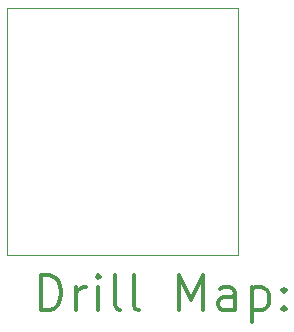
<source format=gbr>
%FSLAX45Y45*%
G04 Gerber Fmt 4.5, Leading zero omitted, Abs format (unit mm)*
G04 Created by KiCad (PCBNEW (5.1.5)-3) date 2020-06-21 14:40:13*
%MOMM*%
%LPD*%
G04 APERTURE LIST*
%TA.AperFunction,Profile*%
%ADD10C,0.050000*%
%TD*%
%ADD11C,0.200000*%
%ADD12C,0.300000*%
G04 APERTURE END LIST*
D10*
X9779000Y-8039100D02*
X9779000Y-8013700D01*
X7829550Y-8039100D02*
X9779000Y-8039100D01*
X7829550Y-8039100D02*
X7829550Y-5943600D01*
X9779000Y-5943600D02*
X9779000Y-8013700D01*
X7829550Y-5943600D02*
X9779000Y-5943600D01*
D11*
D12*
X8113478Y-8507314D02*
X8113478Y-8207314D01*
X8184907Y-8207314D01*
X8227764Y-8221600D01*
X8256336Y-8250171D01*
X8270621Y-8278743D01*
X8284907Y-8335886D01*
X8284907Y-8378743D01*
X8270621Y-8435886D01*
X8256336Y-8464457D01*
X8227764Y-8493029D01*
X8184907Y-8507314D01*
X8113478Y-8507314D01*
X8413478Y-8507314D02*
X8413478Y-8307314D01*
X8413478Y-8364457D02*
X8427764Y-8335886D01*
X8442050Y-8321600D01*
X8470621Y-8307314D01*
X8499193Y-8307314D01*
X8599193Y-8507314D02*
X8599193Y-8307314D01*
X8599193Y-8207314D02*
X8584907Y-8221600D01*
X8599193Y-8235886D01*
X8613478Y-8221600D01*
X8599193Y-8207314D01*
X8599193Y-8235886D01*
X8784907Y-8507314D02*
X8756336Y-8493029D01*
X8742050Y-8464457D01*
X8742050Y-8207314D01*
X8942050Y-8507314D02*
X8913478Y-8493029D01*
X8899193Y-8464457D01*
X8899193Y-8207314D01*
X9284907Y-8507314D02*
X9284907Y-8207314D01*
X9384907Y-8421600D01*
X9484907Y-8207314D01*
X9484907Y-8507314D01*
X9756336Y-8507314D02*
X9756336Y-8350171D01*
X9742050Y-8321600D01*
X9713478Y-8307314D01*
X9656336Y-8307314D01*
X9627764Y-8321600D01*
X9756336Y-8493029D02*
X9727764Y-8507314D01*
X9656336Y-8507314D01*
X9627764Y-8493029D01*
X9613478Y-8464457D01*
X9613478Y-8435886D01*
X9627764Y-8407314D01*
X9656336Y-8393029D01*
X9727764Y-8393029D01*
X9756336Y-8378743D01*
X9899193Y-8307314D02*
X9899193Y-8607314D01*
X9899193Y-8321600D02*
X9927764Y-8307314D01*
X9984907Y-8307314D01*
X10013478Y-8321600D01*
X10027764Y-8335886D01*
X10042050Y-8364457D01*
X10042050Y-8450172D01*
X10027764Y-8478743D01*
X10013478Y-8493029D01*
X9984907Y-8507314D01*
X9927764Y-8507314D01*
X9899193Y-8493029D01*
X10170621Y-8478743D02*
X10184907Y-8493029D01*
X10170621Y-8507314D01*
X10156336Y-8493029D01*
X10170621Y-8478743D01*
X10170621Y-8507314D01*
X10170621Y-8321600D02*
X10184907Y-8335886D01*
X10170621Y-8350171D01*
X10156336Y-8335886D01*
X10170621Y-8321600D01*
X10170621Y-8350171D01*
M02*

</source>
